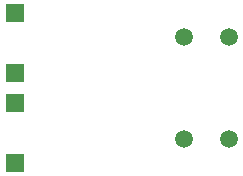
<source format=gbr>
%TF.GenerationSoftware,KiCad,Pcbnew,6.0.11+dfsg-1~bpo11+1*%
%TF.CreationDate,2023-02-24T17:28:24+00:00*%
%TF.ProjectId,134n3p,3133346e-3370-42e6-9b69-6361645f7063,rev?*%
%TF.SameCoordinates,Original*%
%TF.FileFunction,Soldermask,Bot*%
%TF.FilePolarity,Negative*%
%FSLAX46Y46*%
G04 Gerber Fmt 4.6, Leading zero omitted, Abs format (unit mm)*
G04 Created by KiCad (PCBNEW 6.0.11+dfsg-1~bpo11+1) date 2023-02-24 17:28:24*
%MOMM*%
%LPD*%
G01*
G04 APERTURE LIST*
%ADD10R,1.500000X1.500000*%
%ADD11C,1.500000*%
G04 APERTURE END LIST*
D10*
%TO.C,GND*%
X135138160Y-91948000D03*
%TD*%
D11*
%TO.C,U2*%
X149440000Y-89958000D03*
X153237300Y-81322000D03*
X149440000Y-81322000D03*
X153237300Y-89958000D03*
%TD*%
D10*
%TO.C,VCC*%
X135128000Y-79248000D03*
%TD*%
%TO.C,B-*%
X135128000Y-86868000D03*
%TD*%
%TO.C,B+*%
X135138160Y-84328000D03*
%TD*%
M02*

</source>
